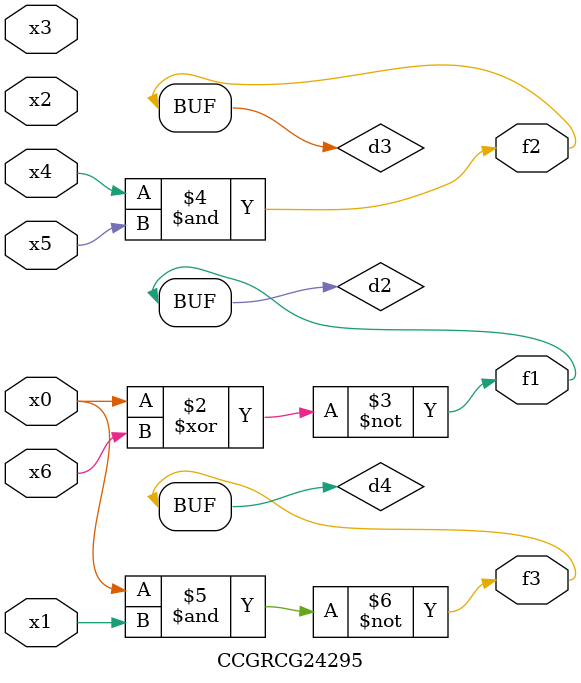
<source format=v>
module CCGRCG24295(
	input x0, x1, x2, x3, x4, x5, x6,
	output f1, f2, f3
);

	wire d1, d2, d3, d4;

	nor (d1, x0);
	xnor (d2, x0, x6);
	and (d3, x4, x5);
	nand (d4, x0, x1);
	assign f1 = d2;
	assign f2 = d3;
	assign f3 = d4;
endmodule

</source>
